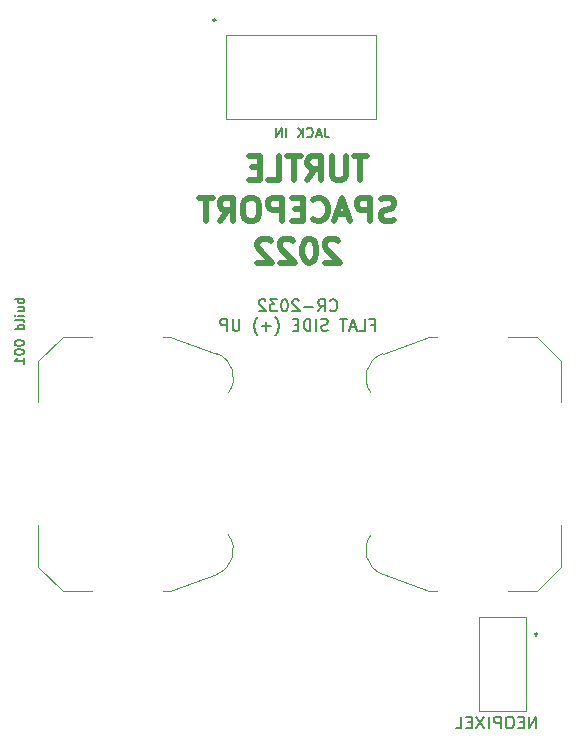
<source format=gbr>
%TF.GenerationSoftware,KiCad,Pcbnew,(5.1.12-1-10_14)*%
%TF.CreationDate,2021-12-01T14:47:09-05:00*%
%TF.ProjectId,blinky,626c696e-6b79-42e6-9b69-6361645f7063,rev?*%
%TF.SameCoordinates,Original*%
%TF.FileFunction,Legend,Bot*%
%TF.FilePolarity,Positive*%
%FSLAX46Y46*%
G04 Gerber Fmt 4.6, Leading zero omitted, Abs format (unit mm)*
G04 Created by KiCad (PCBNEW (5.1.12-1-10_14)) date 2021-12-01 14:47:09*
%MOMM*%
%LPD*%
G01*
G04 APERTURE LIST*
%ADD10C,0.150000*%
%ADD11C,0.500000*%
%ADD12C,0.120000*%
G04 APERTURE END LIST*
D10*
X166661904Y-67607142D02*
X165861904Y-67607142D01*
X166166666Y-67607142D02*
X166128571Y-67683333D01*
X166128571Y-67835714D01*
X166166666Y-67911904D01*
X166204761Y-67950000D01*
X166280952Y-67988095D01*
X166509523Y-67988095D01*
X166585714Y-67950000D01*
X166623809Y-67911904D01*
X166661904Y-67835714D01*
X166661904Y-67683333D01*
X166623809Y-67607142D01*
X166128571Y-68673809D02*
X166661904Y-68673809D01*
X166128571Y-68330952D02*
X166547619Y-68330952D01*
X166623809Y-68369047D01*
X166661904Y-68445238D01*
X166661904Y-68559523D01*
X166623809Y-68635714D01*
X166585714Y-68673809D01*
X166661904Y-69054761D02*
X166128571Y-69054761D01*
X165861904Y-69054761D02*
X165900000Y-69016666D01*
X165938095Y-69054761D01*
X165900000Y-69092857D01*
X165861904Y-69054761D01*
X165938095Y-69054761D01*
X166661904Y-69550000D02*
X166623809Y-69473809D01*
X166547619Y-69435714D01*
X165861904Y-69435714D01*
X166661904Y-70197619D02*
X165861904Y-70197619D01*
X166623809Y-70197619D02*
X166661904Y-70121428D01*
X166661904Y-69969047D01*
X166623809Y-69892857D01*
X166585714Y-69854761D01*
X166509523Y-69816666D01*
X166280952Y-69816666D01*
X166204761Y-69854761D01*
X166166666Y-69892857D01*
X166128571Y-69969047D01*
X166128571Y-70121428D01*
X166166666Y-70197619D01*
X165861904Y-71340476D02*
X165861904Y-71416666D01*
X165900000Y-71492857D01*
X165938095Y-71530952D01*
X166014285Y-71569047D01*
X166166666Y-71607142D01*
X166357142Y-71607142D01*
X166509523Y-71569047D01*
X166585714Y-71530952D01*
X166623809Y-71492857D01*
X166661904Y-71416666D01*
X166661904Y-71340476D01*
X166623809Y-71264285D01*
X166585714Y-71226190D01*
X166509523Y-71188095D01*
X166357142Y-71150000D01*
X166166666Y-71150000D01*
X166014285Y-71188095D01*
X165938095Y-71226190D01*
X165900000Y-71264285D01*
X165861904Y-71340476D01*
X165861904Y-72102380D02*
X165861904Y-72178571D01*
X165900000Y-72254761D01*
X165938095Y-72292857D01*
X166014285Y-72330952D01*
X166166666Y-72369047D01*
X166357142Y-72369047D01*
X166509523Y-72330952D01*
X166585714Y-72292857D01*
X166623809Y-72254761D01*
X166661904Y-72178571D01*
X166661904Y-72102380D01*
X166623809Y-72026190D01*
X166585714Y-71988095D01*
X166509523Y-71950000D01*
X166357142Y-71911904D01*
X166166666Y-71911904D01*
X166014285Y-71950000D01*
X165938095Y-71988095D01*
X165900000Y-72026190D01*
X165861904Y-72102380D01*
X166661904Y-73130952D02*
X166661904Y-72673809D01*
X166661904Y-72902380D02*
X165861904Y-72902380D01*
X165976190Y-72826190D01*
X166052380Y-72750000D01*
X166090476Y-72673809D01*
D11*
X195707142Y-55554761D02*
X194564285Y-55554761D01*
X195135714Y-57554761D02*
X195135714Y-55554761D01*
X193897619Y-55554761D02*
X193897619Y-57173809D01*
X193802380Y-57364285D01*
X193707142Y-57459523D01*
X193516666Y-57554761D01*
X193135714Y-57554761D01*
X192945238Y-57459523D01*
X192850000Y-57364285D01*
X192754761Y-57173809D01*
X192754761Y-55554761D01*
X190659523Y-57554761D02*
X191326190Y-56602380D01*
X191802380Y-57554761D02*
X191802380Y-55554761D01*
X191040476Y-55554761D01*
X190850000Y-55650000D01*
X190754761Y-55745238D01*
X190659523Y-55935714D01*
X190659523Y-56221428D01*
X190754761Y-56411904D01*
X190850000Y-56507142D01*
X191040476Y-56602380D01*
X191802380Y-56602380D01*
X190088095Y-55554761D02*
X188945238Y-55554761D01*
X189516666Y-57554761D02*
X189516666Y-55554761D01*
X187326190Y-57554761D02*
X188278571Y-57554761D01*
X188278571Y-55554761D01*
X186659523Y-56507142D02*
X185992857Y-56507142D01*
X185707142Y-57554761D02*
X186659523Y-57554761D01*
X186659523Y-55554761D01*
X185707142Y-55554761D01*
X197992857Y-60959523D02*
X197707142Y-61054761D01*
X197230952Y-61054761D01*
X197040476Y-60959523D01*
X196945238Y-60864285D01*
X196850000Y-60673809D01*
X196850000Y-60483333D01*
X196945238Y-60292857D01*
X197040476Y-60197619D01*
X197230952Y-60102380D01*
X197611904Y-60007142D01*
X197802380Y-59911904D01*
X197897619Y-59816666D01*
X197992857Y-59626190D01*
X197992857Y-59435714D01*
X197897619Y-59245238D01*
X197802380Y-59150000D01*
X197611904Y-59054761D01*
X197135714Y-59054761D01*
X196850000Y-59150000D01*
X195992857Y-61054761D02*
X195992857Y-59054761D01*
X195230952Y-59054761D01*
X195040476Y-59150000D01*
X194945238Y-59245238D01*
X194850000Y-59435714D01*
X194850000Y-59721428D01*
X194945238Y-59911904D01*
X195040476Y-60007142D01*
X195230952Y-60102380D01*
X195992857Y-60102380D01*
X194088095Y-60483333D02*
X193135714Y-60483333D01*
X194278571Y-61054761D02*
X193611904Y-59054761D01*
X192945238Y-61054761D01*
X191135714Y-60864285D02*
X191230952Y-60959523D01*
X191516666Y-61054761D01*
X191707142Y-61054761D01*
X191992857Y-60959523D01*
X192183333Y-60769047D01*
X192278571Y-60578571D01*
X192373809Y-60197619D01*
X192373809Y-59911904D01*
X192278571Y-59530952D01*
X192183333Y-59340476D01*
X191992857Y-59150000D01*
X191707142Y-59054761D01*
X191516666Y-59054761D01*
X191230952Y-59150000D01*
X191135714Y-59245238D01*
X190278571Y-60007142D02*
X189611904Y-60007142D01*
X189326190Y-61054761D02*
X190278571Y-61054761D01*
X190278571Y-59054761D01*
X189326190Y-59054761D01*
X188469047Y-61054761D02*
X188469047Y-59054761D01*
X187707142Y-59054761D01*
X187516666Y-59150000D01*
X187421428Y-59245238D01*
X187326190Y-59435714D01*
X187326190Y-59721428D01*
X187421428Y-59911904D01*
X187516666Y-60007142D01*
X187707142Y-60102380D01*
X188469047Y-60102380D01*
X186088095Y-59054761D02*
X185707142Y-59054761D01*
X185516666Y-59150000D01*
X185326190Y-59340476D01*
X185230952Y-59721428D01*
X185230952Y-60388095D01*
X185326190Y-60769047D01*
X185516666Y-60959523D01*
X185707142Y-61054761D01*
X186088095Y-61054761D01*
X186278571Y-60959523D01*
X186469047Y-60769047D01*
X186564285Y-60388095D01*
X186564285Y-59721428D01*
X186469047Y-59340476D01*
X186278571Y-59150000D01*
X186088095Y-59054761D01*
X183230952Y-61054761D02*
X183897619Y-60102380D01*
X184373809Y-61054761D02*
X184373809Y-59054761D01*
X183611904Y-59054761D01*
X183421428Y-59150000D01*
X183326190Y-59245238D01*
X183230952Y-59435714D01*
X183230952Y-59721428D01*
X183326190Y-59911904D01*
X183421428Y-60007142D01*
X183611904Y-60102380D01*
X184373809Y-60102380D01*
X182659523Y-59054761D02*
X181516666Y-59054761D01*
X182088095Y-61054761D02*
X182088095Y-59054761D01*
X193278571Y-62745238D02*
X193183333Y-62650000D01*
X192992857Y-62554761D01*
X192516666Y-62554761D01*
X192326190Y-62650000D01*
X192230952Y-62745238D01*
X192135714Y-62935714D01*
X192135714Y-63126190D01*
X192230952Y-63411904D01*
X193373809Y-64554761D01*
X192135714Y-64554761D01*
X190897619Y-62554761D02*
X190707142Y-62554761D01*
X190516666Y-62650000D01*
X190421428Y-62745238D01*
X190326190Y-62935714D01*
X190230952Y-63316666D01*
X190230952Y-63792857D01*
X190326190Y-64173809D01*
X190421428Y-64364285D01*
X190516666Y-64459523D01*
X190707142Y-64554761D01*
X190897619Y-64554761D01*
X191088095Y-64459523D01*
X191183333Y-64364285D01*
X191278571Y-64173809D01*
X191373809Y-63792857D01*
X191373809Y-63316666D01*
X191278571Y-62935714D01*
X191183333Y-62745238D01*
X191088095Y-62650000D01*
X190897619Y-62554761D01*
X189469047Y-62745238D02*
X189373809Y-62650000D01*
X189183333Y-62554761D01*
X188707142Y-62554761D01*
X188516666Y-62650000D01*
X188421428Y-62745238D01*
X188326190Y-62935714D01*
X188326190Y-63126190D01*
X188421428Y-63411904D01*
X189564285Y-64554761D01*
X188326190Y-64554761D01*
X187564285Y-62745238D02*
X187469047Y-62650000D01*
X187278571Y-62554761D01*
X186802380Y-62554761D01*
X186611904Y-62650000D01*
X186516666Y-62745238D01*
X186421428Y-62935714D01*
X186421428Y-63126190D01*
X186516666Y-63411904D01*
X187659523Y-64554761D01*
X186421428Y-64554761D01*
D10*
X192564285Y-68582142D02*
X192611904Y-68629761D01*
X192754761Y-68677380D01*
X192850000Y-68677380D01*
X192992857Y-68629761D01*
X193088095Y-68534523D01*
X193135714Y-68439285D01*
X193183333Y-68248809D01*
X193183333Y-68105952D01*
X193135714Y-67915476D01*
X193088095Y-67820238D01*
X192992857Y-67725000D01*
X192850000Y-67677380D01*
X192754761Y-67677380D01*
X192611904Y-67725000D01*
X192564285Y-67772619D01*
X191564285Y-68677380D02*
X191897619Y-68201190D01*
X192135714Y-68677380D02*
X192135714Y-67677380D01*
X191754761Y-67677380D01*
X191659523Y-67725000D01*
X191611904Y-67772619D01*
X191564285Y-67867857D01*
X191564285Y-68010714D01*
X191611904Y-68105952D01*
X191659523Y-68153571D01*
X191754761Y-68201190D01*
X192135714Y-68201190D01*
X191135714Y-68296428D02*
X190373809Y-68296428D01*
X189945238Y-67772619D02*
X189897619Y-67725000D01*
X189802380Y-67677380D01*
X189564285Y-67677380D01*
X189469047Y-67725000D01*
X189421428Y-67772619D01*
X189373809Y-67867857D01*
X189373809Y-67963095D01*
X189421428Y-68105952D01*
X189992857Y-68677380D01*
X189373809Y-68677380D01*
X188754761Y-67677380D02*
X188659523Y-67677380D01*
X188564285Y-67725000D01*
X188516666Y-67772619D01*
X188469047Y-67867857D01*
X188421428Y-68058333D01*
X188421428Y-68296428D01*
X188469047Y-68486904D01*
X188516666Y-68582142D01*
X188564285Y-68629761D01*
X188659523Y-68677380D01*
X188754761Y-68677380D01*
X188850000Y-68629761D01*
X188897619Y-68582142D01*
X188945238Y-68486904D01*
X188992857Y-68296428D01*
X188992857Y-68058333D01*
X188945238Y-67867857D01*
X188897619Y-67772619D01*
X188850000Y-67725000D01*
X188754761Y-67677380D01*
X188088095Y-67677380D02*
X187469047Y-67677380D01*
X187802380Y-68058333D01*
X187659523Y-68058333D01*
X187564285Y-68105952D01*
X187516666Y-68153571D01*
X187469047Y-68248809D01*
X187469047Y-68486904D01*
X187516666Y-68582142D01*
X187564285Y-68629761D01*
X187659523Y-68677380D01*
X187945238Y-68677380D01*
X188040476Y-68629761D01*
X188088095Y-68582142D01*
X187088095Y-67772619D02*
X187040476Y-67725000D01*
X186945238Y-67677380D01*
X186707142Y-67677380D01*
X186611904Y-67725000D01*
X186564285Y-67772619D01*
X186516666Y-67867857D01*
X186516666Y-67963095D01*
X186564285Y-68105952D01*
X187135714Y-68677380D01*
X186516666Y-68677380D01*
X196040476Y-69803571D02*
X196373809Y-69803571D01*
X196373809Y-70327380D02*
X196373809Y-69327380D01*
X195897619Y-69327380D01*
X195040476Y-70327380D02*
X195516666Y-70327380D01*
X195516666Y-69327380D01*
X194754761Y-70041666D02*
X194278571Y-70041666D01*
X194850000Y-70327380D02*
X194516666Y-69327380D01*
X194183333Y-70327380D01*
X193992857Y-69327380D02*
X193421428Y-69327380D01*
X193707142Y-70327380D02*
X193707142Y-69327380D01*
X192373809Y-70279761D02*
X192230952Y-70327380D01*
X191992857Y-70327380D01*
X191897619Y-70279761D01*
X191850000Y-70232142D01*
X191802380Y-70136904D01*
X191802380Y-70041666D01*
X191850000Y-69946428D01*
X191897619Y-69898809D01*
X191992857Y-69851190D01*
X192183333Y-69803571D01*
X192278571Y-69755952D01*
X192326190Y-69708333D01*
X192373809Y-69613095D01*
X192373809Y-69517857D01*
X192326190Y-69422619D01*
X192278571Y-69375000D01*
X192183333Y-69327380D01*
X191945238Y-69327380D01*
X191802380Y-69375000D01*
X191373809Y-70327380D02*
X191373809Y-69327380D01*
X190897619Y-70327380D02*
X190897619Y-69327380D01*
X190659523Y-69327380D01*
X190516666Y-69375000D01*
X190421428Y-69470238D01*
X190373809Y-69565476D01*
X190326190Y-69755952D01*
X190326190Y-69898809D01*
X190373809Y-70089285D01*
X190421428Y-70184523D01*
X190516666Y-70279761D01*
X190659523Y-70327380D01*
X190897619Y-70327380D01*
X189897619Y-69803571D02*
X189564285Y-69803571D01*
X189421428Y-70327380D02*
X189897619Y-70327380D01*
X189897619Y-69327380D01*
X189421428Y-69327380D01*
X187945238Y-70708333D02*
X187992857Y-70660714D01*
X188088095Y-70517857D01*
X188135714Y-70422619D01*
X188183333Y-70279761D01*
X188230952Y-70041666D01*
X188230952Y-69851190D01*
X188183333Y-69613095D01*
X188135714Y-69470238D01*
X188088095Y-69375000D01*
X187992857Y-69232142D01*
X187945238Y-69184523D01*
X187564285Y-69946428D02*
X186802380Y-69946428D01*
X187183333Y-70327380D02*
X187183333Y-69565476D01*
X186421428Y-70708333D02*
X186373809Y-70660714D01*
X186278571Y-70517857D01*
X186230952Y-70422619D01*
X186183333Y-70279761D01*
X186135714Y-70041666D01*
X186135714Y-69851190D01*
X186183333Y-69613095D01*
X186230952Y-69470238D01*
X186278571Y-69375000D01*
X186373809Y-69232142D01*
X186421428Y-69184523D01*
X184897619Y-69327380D02*
X184897619Y-70136904D01*
X184850000Y-70232142D01*
X184802380Y-70279761D01*
X184707142Y-70327380D01*
X184516666Y-70327380D01*
X184421428Y-70279761D01*
X184373809Y-70232142D01*
X184326190Y-70136904D01*
X184326190Y-69327380D01*
X183850000Y-70327380D02*
X183850000Y-69327380D01*
X183469047Y-69327380D01*
X183373809Y-69375000D01*
X183326190Y-69422619D01*
X183278571Y-69517857D01*
X183278571Y-69660714D01*
X183326190Y-69755952D01*
X183373809Y-69803571D01*
X183469047Y-69851190D01*
X183850000Y-69851190D01*
D12*
%TO.C,J2*%
X209180000Y-102540000D02*
X209180000Y-94540000D01*
X205180000Y-102540000D02*
X209180000Y-102540000D01*
X205180000Y-94540000D02*
X205180000Y-102540000D01*
X209180000Y-94540000D02*
X205180000Y-94540000D01*
%TO.C,BT2*%
X179030000Y-70820000D02*
X182980000Y-72260000D01*
X167860000Y-72900000D02*
X169940000Y-70820000D01*
X167860000Y-76400000D02*
X167860000Y-72900000D01*
X167860000Y-90300000D02*
X169940000Y-92380000D01*
X179030000Y-92380000D02*
X182980000Y-90940000D01*
X169940000Y-70820000D02*
X172400000Y-70820000D01*
X178400000Y-70820000D02*
X179030000Y-70820000D01*
X169940000Y-92380000D02*
X172400000Y-92380000D01*
X178400000Y-92380000D02*
X179030000Y-92380000D01*
X167860000Y-90300000D02*
X167860000Y-86800000D01*
X182988169Y-90925244D02*
G75*
G03*
X183950000Y-87600000I-738169J2015244D01*
G01*
X183966530Y-75596646D02*
G75*
G03*
X182980000Y-72260000I-1716530J1306646D01*
G01*
%TO.C,BT1*%
X200970000Y-92380000D02*
X197020000Y-90940000D01*
X212140000Y-90300000D02*
X210060000Y-92380000D01*
X212140000Y-86800000D02*
X212140000Y-90300000D01*
X212140000Y-72900000D02*
X210060000Y-70820000D01*
X200970000Y-70820000D02*
X197020000Y-72260000D01*
X210060000Y-92380000D02*
X207600000Y-92380000D01*
X201600000Y-92380000D02*
X200970000Y-92380000D01*
X210060000Y-70820000D02*
X207600000Y-70820000D01*
X201600000Y-70820000D02*
X200970000Y-70820000D01*
X212140000Y-72900000D02*
X212140000Y-76400000D01*
X197011831Y-72274756D02*
G75*
G03*
X196050000Y-75600000I738169J-2015244D01*
G01*
X196033470Y-87603354D02*
G75*
G03*
X197020000Y-90940000I1716530J-1306646D01*
G01*
%TO.C,J1*%
X183750000Y-45282000D02*
X183750000Y-52394000D01*
X183750000Y-52394000D02*
X196450000Y-52394000D01*
X196450000Y-52394000D02*
X196450000Y-45282000D01*
X196450000Y-45282000D02*
X183750000Y-45282000D01*
%TO.C,J2*%
D10*
X210013333Y-103992380D02*
X210013333Y-102992380D01*
X209441904Y-103992380D01*
X209441904Y-102992380D01*
X208965714Y-103468571D02*
X208632380Y-103468571D01*
X208489523Y-103992380D02*
X208965714Y-103992380D01*
X208965714Y-102992380D01*
X208489523Y-102992380D01*
X207870476Y-102992380D02*
X207680000Y-102992380D01*
X207584761Y-103040000D01*
X207489523Y-103135238D01*
X207441904Y-103325714D01*
X207441904Y-103659047D01*
X207489523Y-103849523D01*
X207584761Y-103944761D01*
X207680000Y-103992380D01*
X207870476Y-103992380D01*
X207965714Y-103944761D01*
X208060952Y-103849523D01*
X208108571Y-103659047D01*
X208108571Y-103325714D01*
X208060952Y-103135238D01*
X207965714Y-103040000D01*
X207870476Y-102992380D01*
X207013333Y-103992380D02*
X207013333Y-102992380D01*
X206632380Y-102992380D01*
X206537142Y-103040000D01*
X206489523Y-103087619D01*
X206441904Y-103182857D01*
X206441904Y-103325714D01*
X206489523Y-103420952D01*
X206537142Y-103468571D01*
X206632380Y-103516190D01*
X207013333Y-103516190D01*
X206013333Y-103992380D02*
X206013333Y-102992380D01*
X205632380Y-102992380D02*
X204965714Y-103992380D01*
X204965714Y-102992380D02*
X205632380Y-103992380D01*
X204584761Y-103468571D02*
X204251428Y-103468571D01*
X204108571Y-103992380D02*
X204584761Y-103992380D01*
X204584761Y-102992380D01*
X204108571Y-102992380D01*
X203203809Y-103992380D02*
X203680000Y-103992380D01*
X203680000Y-102992380D01*
X210000000Y-95944285D02*
X209904761Y-96039523D01*
X210000000Y-96134761D01*
X210095238Y-96039523D01*
X210000000Y-95944285D01*
X210000000Y-96134761D01*
%TO.C,J1*%
X192142857Y-53161904D02*
X192142857Y-53733333D01*
X192180952Y-53847619D01*
X192257142Y-53923809D01*
X192371428Y-53961904D01*
X192447619Y-53961904D01*
X191800000Y-53733333D02*
X191419047Y-53733333D01*
X191876190Y-53961904D02*
X191609523Y-53161904D01*
X191342857Y-53961904D01*
X190619047Y-53885714D02*
X190657142Y-53923809D01*
X190771428Y-53961904D01*
X190847619Y-53961904D01*
X190961904Y-53923809D01*
X191038095Y-53847619D01*
X191076190Y-53771428D01*
X191114285Y-53619047D01*
X191114285Y-53504761D01*
X191076190Y-53352380D01*
X191038095Y-53276190D01*
X190961904Y-53200000D01*
X190847619Y-53161904D01*
X190771428Y-53161904D01*
X190657142Y-53200000D01*
X190619047Y-53238095D01*
X190276190Y-53961904D02*
X190276190Y-53161904D01*
X189819047Y-53961904D02*
X190161904Y-53504761D01*
X189819047Y-53161904D02*
X190276190Y-53619047D01*
X188866666Y-53961904D02*
X188866666Y-53161904D01*
X188485714Y-53961904D02*
X188485714Y-53161904D01*
X188028571Y-53961904D01*
X188028571Y-53161904D01*
X182686285Y-44012000D02*
X182781523Y-44107238D01*
X182876761Y-44012000D01*
X182781523Y-43916761D01*
X182686285Y-44012000D01*
X182876761Y-44012000D01*
%TD*%
M02*

</source>
